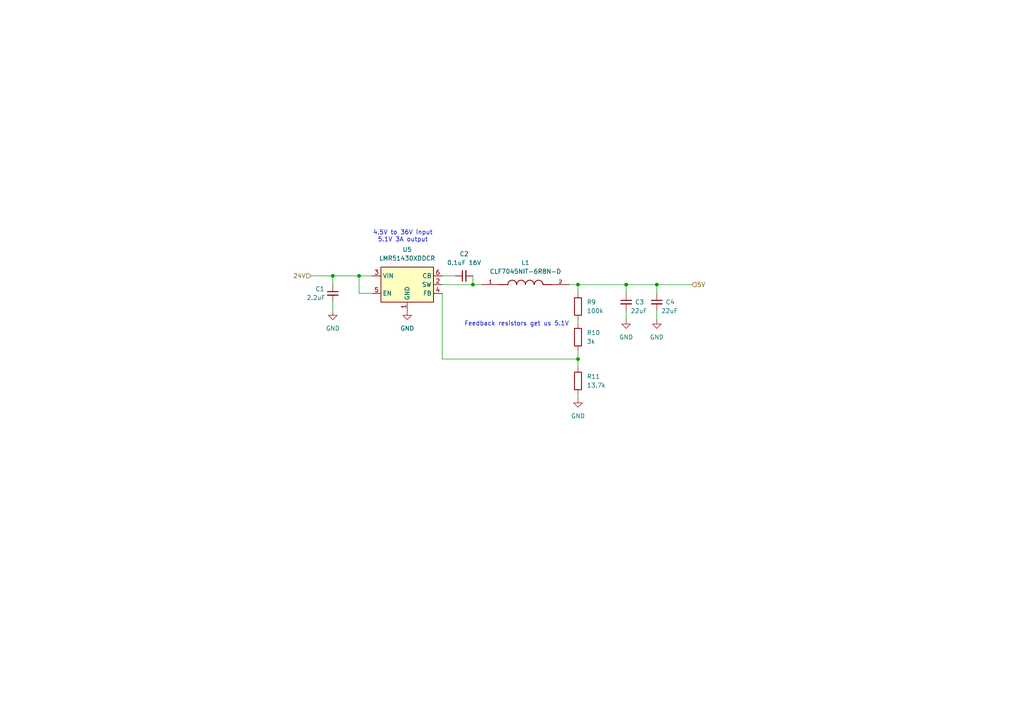
<source format=kicad_sch>
(kicad_sch (version 20250114) (generator "eeschema") (generator_version "9.0")
  (paper "A4")
  (lib_symbols
    (symbol "CLF7045NIT_6R8N_D:CLF7045NIT-6R8N-D" (pin_names (offset 1.016))
      (property "Reference" "L" (at -10.16 5.08 0))
      (property "Value" "CLF7045NIT-6R8N-D" (at -10.16 -5.08 0))
      (symbol "CLF7045NIT-6R8N-D_0_0"
        (polyline (pts (xy -5.08 0) (xy -7.62 0)) (stroke (width 0.254)))
        (arc (start -5.08 0) (mid -3.81 1.2645) (end -2.54 0) (stroke (width 0.254)))
        (arc (start -2.54 0) (mid -1.27 1.2645) (end 0 0) (stroke (width 0.254)))
        (arc (start 0 0) (mid 1.27 1.2645) (end 2.54 0) (stroke (width 0.254)))
        (arc (start 2.54 0) (mid 3.81 1.2645) (end 5.08 0) (stroke (width 0.254)))
        (polyline (pts (xy 5.08 0) (xy 7.62 0)) (stroke (width 0.254)))
        (pin passive line (at -12.7 0 0) (length 5.08) (name "~") (number "1"))
        (pin passive line (at 12.7 0 180) (length 5.08) (name "~") (number "2"))
      )
    )
    (symbol "Device:C_Small" (pin_numbers (hide yes)) (pin_names (offset 0.254) (hide yes))
      (property "Reference" "C" (at 0.254 1.778 0))
      (property "Value" "C_Small" (at 0.254 -2.032 0))
      (symbol "C_Small_0_1"
        (polyline (pts (xy -1.524 0.508) (xy 1.524 0.508)) (stroke (width 0.3048)))
        (polyline (pts (xy -1.524 -0.508) (xy 1.524 -0.508)) (stroke (width 0.3302)))
      )
      (symbol "C_Small_1_1"
        (pin passive line (at 0 2.54 270) (length 2.032) (name "~") (number "1"))
        (pin passive line (at 0 -2.54 90) (length 2.032) (name "~") (number "2"))
      )
    )
    (symbol "Device:R" (pin_numbers (hide yes)) (pin_names (offset 0))
      (property "Reference" "R" (at 2.032 0 90))
      (property "Value" "R" (at 0 0 90))
      (symbol "R_0_1"
        (rectangle (start -1.016 -2.54) (end 1.016 2.54) (stroke (width 0.254)))
      )
      (symbol "R_1_1"
        (pin passive line (at 0 3.81 270) (length 1.27) (name "~") (number "1"))
        (pin passive line (at 0 -3.81 90) (length 1.27) (name "~") (number "2"))
      )
    )
    (symbol "Regulator_Switching:LMR51430"
      (property "Reference" "U" (at -7.62 6.35 0))
      (property "Value" "LMR51430" (at 0 6.35 0))
      (symbol "LMR51430_0_1"
        (rectangle (start -7.62 5.08) (end 7.62 -5.08) (stroke (width 0.254)) (fill (type background)))
      )
      (symbol "LMR51430_1_1"
        (pin power_in line (at -10.16 2.54 0) (length 2.54) (name "VIN") (number "3"))
        (pin input line (at -10.16 -2.54 0) (length 2.54) (name "EN") (number "5"))
        (pin power_in line (at 0 -7.62 90) (length 2.54) (name "GND") (number "1"))
        (pin passive line (at 10.16 2.54 180) (length 2.54) (name "CB") (number "6"))
        (pin power_out line (at 10.16 0 180) (length 2.54) (name "SW") (number "2"))
        (pin input line (at 10.16 -2.54 180) (length 2.54) (name "FB") (number "4"))
      )
    )
    (symbol "power:GND" (power) (pin_numbers (hide yes)) (pin_names (offset 0) (hide yes))
      (property "Value" "GND" (at 0 -3.81 0))
      (symbol "GND_0_1"
        (polyline (pts (xy 0 0) (xy 0 -1.27) (xy 1.27 -1.27) (xy 0 -2.54) (xy -1.27 -1.27) (xy 0 -1.27)))
      )
      (symbol "GND_1_1"
        (pin power_in line (at 0 0 270) (length 0) (name "~") (number "1"))
      )
    )
  )
  (text "Feedback resistors get us 5.1V" (at 149.86 93.98 0) (effects (font (size 1.27 1.27))))
  (text "4.5V to 36V input\n5.1V 3A output" (at 116.84 68.58 0) (effects (font (size 1.27 1.27))))
  (junction (at 167.64 104.14))
  (junction (at 96.52 80.01))
  (junction (at 181.61 82.55))
  (junction (at 167.64 82.55))
  (junction (at 137.16 82.55))
  (junction (at 190.5 82.55))
  (junction (at 104.14 80.01))
  (wire (pts (xy 96.52 82.55) (xy 96.52 80.01)))
  (wire (pts (xy 139.7 82.55) (xy 137.16 82.55)))
  (wire (pts (xy 96.52 87.63) (xy 96.52 90.17)))
  (wire (pts (xy 181.61 90.17) (xy 181.61 92.71)))
  (wire (pts (xy 190.5 82.55) (xy 200.66 82.55)))
  (wire (pts (xy 128.27 104.14) (xy 128.27 85.09)))
  (wire (pts (xy 167.64 85.09) (xy 167.64 82.55)))
  (wire (pts (xy 104.14 80.01) (xy 104.14 85.09)))
  (wire (pts (xy 128.27 80.01) (xy 132.08 80.01)))
  (wire (pts (xy 167.64 106.68) (xy 167.64 104.14)))
  (wire (pts (xy 128.27 82.55) (xy 137.16 82.55)))
  (wire (pts (xy 190.5 82.55) (xy 190.5 85.09)))
  (wire (pts (xy 167.64 104.14) (xy 167.64 101.6)))
  (wire (pts (xy 181.61 85.09) (xy 181.61 82.55)))
  (wire (pts (xy 181.61 82.55) (xy 190.5 82.55)))
  (wire (pts (xy 90.17 80.01) (xy 96.52 80.01)))
  (wire (pts (xy 165.1 82.55) (xy 167.64 82.55)))
  (wire (pts (xy 167.64 104.14) (xy 128.27 104.14)))
  (wire (pts (xy 167.64 114.3) (xy 167.64 115.57)))
  (wire (pts (xy 137.16 80.01) (xy 137.16 82.55)))
  (wire (pts (xy 190.5 90.17) (xy 190.5 92.71)))
  (wire (pts (xy 104.14 85.09) (xy 107.95 85.09)))
  (wire (pts (xy 107.95 80.01) (xy 104.14 80.01)))
  (wire (pts (xy 96.52 80.01) (xy 104.14 80.01)))
  (wire (pts (xy 181.61 82.55) (xy 167.64 82.55)))
  (wire (pts (xy 167.64 93.98) (xy 167.64 92.71)))
  (hierarchical_label "24V" (shape input) (at 90.17 80.01 180))
  (hierarchical_label "5V" (shape input) (at 200.66 82.55 0))
  (symbol (lib_id "Device:R") (at 167.64 110.49 0) (unit 1)
    (property "Reference" "R11" (at 170.18 109.2199 0) (effects (justify left)))
    (property "Value" "13.7k" (at 170.18 111.7599 0) (effects (justify left)))
    (property "Footprint" "Resistor_SMD:R_0603_1608Metric" (effects (hide yes)))
    (property "Description" "Resistor" (effects (hide yes)))
  )
  (symbol (lib_id "power:GND") (at 190.5 92.71 0) (unit 1)
    (property "Reference" "#PWR034" (effects (hide yes)))
    (property "Value" "GND" (at 190.5 97.79 0))
    (property "Description" "Power symbol creates a global label with name \"GND\" , ground" (effects (hide yes)))
  )
  (symbol (lib_id "Device:R") (at 167.64 88.9 0) (unit 1)
    (property "Reference" "R9" (at 170.18 87.6299 0) (effects (justify left)))
    (property "Value" "100k" (at 170.18 90.1699 0) (effects (justify left)))
    (property "Footprint" "Resistor_SMD:R_0603_1608Metric" (effects (hide yes)))
    (property "Description" "Resistor" (effects (hide yes)))
  )
  (symbol (lib_id "Device:C_Small") (at 181.61 87.63 0) (unit 1)
    (property "Reference" "C3" (at 184.15 87.63 0) (effects (justify left)))
    (property "Value" "22uF" (at 182.88 90.17 0) (effects (justify left)))
    (property "Footprint" "Capacitor_SMD:C_0603_1608Metric" (effects (hide yes)))
    (property "Description" "Unpolarized capacitor, small symbol" (effects (hide yes)))
  )
  (symbol (lib_id "power:GND") (at 167.64 115.57 0) (unit 1)
    (property "Reference" "#PWR032" (effects (hide yes)))
    (property "Value" "GND" (at 167.64 120.65 0))
    (property "Description" "Power symbol creates a global label with name \"GND\" , ground" (effects (hide yes)))
  )
  (symbol (lib_id "power:GND") (at 181.61 92.71 0) (unit 1)
    (property "Reference" "#PWR033" (effects (hide yes)))
    (property "Value" "GND" (at 181.61 97.79 0))
    (property "Description" "Power symbol creates a global label with name \"GND\" , ground" (effects (hide yes)))
  )
  (symbol (lib_id "power:GND") (at 96.52 90.17 0) (unit 1)
    (property "Reference" "#PWR030" (effects (hide yes)))
    (property "Value" "GND" (at 96.52 95.25 0))
    (property "Description" "Power symbol creates a global label with name \"GND\" , ground" (effects (hide yes)))
  )
  (symbol (lib_id "Device:C_Small") (at 190.5 87.63 0) (unit 1)
    (property "Reference" "C4" (at 193.04 87.63 0) (effects (justify left)))
    (property "Value" "22uF" (at 191.77 90.17 0) (effects (justify left)))
    (property "Footprint" "Capacitor_SMD:C_0603_1608Metric" (effects (hide yes)))
    (property "Description" "Unpolarized capacitor, small symbol" (effects (hide yes)))
  )
  (symbol (lib_id "Regulator_Switching:LMR51430") (at 118.11 82.55 0) (unit 1)
    (property "Reference" "U5" (at 118.11 72.39 0))
    (property "Value" "LMR51430XDDCR" (at 118.11 74.93 0))
    (property "Footprint" "Package_TO_SOT_SMD:SOT-23-6" (effects (hide yes)))
    (property "Datasheet" "https://www.ti.com/lit/ds/symlink/lmr51430.pdf?ts=1753142742129&ref_url=https%253A%252F%252Fwww.ti.com%252Fproduct%252FLMR51430" (effects (hide yes)))
    (property "Description" "4.5-V to 36-V, 3-A synchronous buck converter with 40-µA IQ, SOT-23-6" (effects (hide yes)))
  )
  (symbol (lib_id "CLF7045NIT_6R8N_D:CLF7045NIT-6R8N-D") (at 152.4 82.55 0) (unit 1)
    (property "Reference" "L1" (at 152.4 76.2 0))
    (property "Value" "CLF7045NIT-6R8N-D" (at 152.4 78.74 0))
    (property "Footprint" "avi_lib:CLF7045NIT-6R8N-D" (effects (hide yes)))
    (property "PARTREV" "20200706" (effects (hide yes)))
    (property "STANDARD" "Manufacturer Recommendations" (effects (hide yes)))
    (property "MAXIMUM_PACKAGE_HEIGHT" "4.8 mm" (effects (hide yes)))
    (property "MANUFACTURER" "TDK" (effects (hide yes)))
  )
  (symbol (lib_id "Device:R") (at 167.64 97.79 0) (unit 1)
    (property "Reference" "R10" (at 170.18 96.5199 0) (effects (justify left)))
    (property "Value" "3k" (at 170.18 99.0599 0) (effects (justify left)))
    (property "Footprint" "Resistor_SMD:R_0603_1608Metric" (effects (hide yes)))
    (property "Description" "Resistor" (effects (hide yes)))
  )
  (symbol (lib_id "power:GND") (at 118.11 90.17 0) (unit 1)
    (property "Reference" "#PWR031" (effects (hide yes)))
    (property "Value" "GND" (at 118.11 95.25 0))
    (property "Description" "Power symbol creates a global label with name \"GND\" , ground" (effects (hide yes)))
  )
  (symbol (lib_id "Device:C_Small") (at 96.52 85.09 0) (unit 1)
    (property "Reference" "C1" (at 91.44 83.82 0) (effects (justify left)))
    (property "Value" "2.2uF" (at 88.9 86.36 0) (effects (justify left)))
    (property "Footprint" "Capacitor_SMD:C_0603_1608Metric" (effects (hide yes)))
    (property "Description" "Unpolarized capacitor, small symbol" (effects (hide yes)))
  )
  (symbol (lib_id "Device:C_Small") (at 134.62 80.01 90) (unit 1)
    (property "Reference" "C2" (at 134.6263 73.66 90))
    (property "Value" "0.1uF 16V" (at 134.6263 76.2 90))
    (property "Footprint" "Capacitor_SMD:C_0603_1608Metric" (effects (hide yes)))
    (property "Description" "Unpolarized capacitor, small symbol" (effects (hide yes)))
  )
)
</source>
